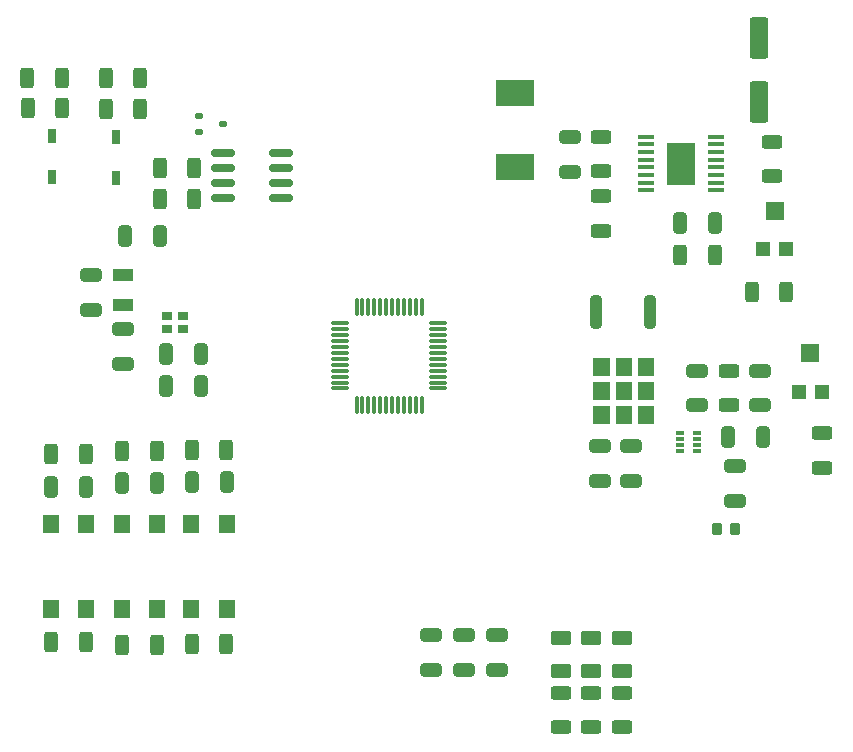
<source format=gbr>
%TF.GenerationSoftware,KiCad,Pcbnew,9.0.0*%
%TF.CreationDate,2025-03-22T00:06:51+01:00*%
%TF.ProjectId,steering_wheel_unit,73746565-7269-46e6-975f-776865656c5f,rev?*%
%TF.SameCoordinates,Original*%
%TF.FileFunction,Paste,Top*%
%TF.FilePolarity,Positive*%
%FSLAX46Y46*%
G04 Gerber Fmt 4.6, Leading zero omitted, Abs format (unit mm)*
G04 Created by KiCad (PCBNEW 9.0.0) date 2025-03-22 00:06:51*
%MOMM*%
%LPD*%
G01*
G04 APERTURE LIST*
G04 Aperture macros list*
%AMRoundRect*
0 Rectangle with rounded corners*
0 $1 Rounding radius*
0 $2 $3 $4 $5 $6 $7 $8 $9 X,Y pos of 4 corners*
0 Add a 4 corners polygon primitive as box body*
4,1,4,$2,$3,$4,$5,$6,$7,$8,$9,$2,$3,0*
0 Add four circle primitives for the rounded corners*
1,1,$1+$1,$2,$3*
1,1,$1+$1,$4,$5*
1,1,$1+$1,$6,$7*
1,1,$1+$1,$8,$9*
0 Add four rect primitives between the rounded corners*
20,1,$1+$1,$2,$3,$4,$5,0*
20,1,$1+$1,$4,$5,$6,$7,0*
20,1,$1+$1,$6,$7,$8,$9,0*
20,1,$1+$1,$8,$9,$2,$3,0*%
G04 Aperture macros list end*
%ADD10C,0.010000*%
%ADD11RoundRect,0.075000X-0.662500X-0.075000X0.662500X-0.075000X0.662500X0.075000X-0.662500X0.075000X0*%
%ADD12RoundRect,0.075000X-0.075000X-0.662500X0.075000X-0.662500X0.075000X0.662500X-0.075000X0.662500X0*%
%ADD13R,3.200400X2.173999*%
%ADD14RoundRect,0.250000X0.650000X-0.325000X0.650000X0.325000X-0.650000X0.325000X-0.650000X-0.325000X0*%
%ADD15RoundRect,0.250000X-0.312500X-0.625000X0.312500X-0.625000X0.312500X0.625000X-0.312500X0.625000X0*%
%ADD16RoundRect,0.250000X-0.650000X0.325000X-0.650000X-0.325000X0.650000X-0.325000X0.650000X0.325000X0*%
%ADD17RoundRect,0.250000X0.312500X0.625000X-0.312500X0.625000X-0.312500X-0.625000X0.312500X-0.625000X0*%
%ADD18R,1.400000X1.600000*%
%ADD19RoundRect,0.135000X0.315000X0.350000X-0.315000X0.350000X-0.315000X-0.350000X0.315000X-0.350000X0*%
%ADD20RoundRect,0.250000X0.625000X-0.375000X0.625000X0.375000X-0.625000X0.375000X-0.625000X-0.375000X0*%
%ADD21RoundRect,0.250000X-0.625000X0.312500X-0.625000X-0.312500X0.625000X-0.312500X0.625000X0.312500X0*%
%ADD22R,1.200000X1.200000*%
%ADD23R,1.600000X1.500000*%
%ADD24RoundRect,0.112500X-0.237500X0.112500X-0.237500X-0.112500X0.237500X-0.112500X0.237500X0.112500X0*%
%ADD25RoundRect,0.250000X0.325000X0.650000X-0.325000X0.650000X-0.325000X-0.650000X0.325000X-0.650000X0*%
%ADD26R,1.800000X1.000000*%
%ADD27R,0.800000X1.150000*%
%ADD28R,1.475000X0.450000*%
%ADD29R,2.460000X3.550000*%
%ADD30R,0.850000X0.750000*%
%ADD31RoundRect,0.250000X-0.325000X-0.650000X0.325000X-0.650000X0.325000X0.650000X-0.325000X0.650000X0*%
%ADD32RoundRect,0.150000X0.825000X0.150000X-0.825000X0.150000X-0.825000X-0.150000X0.825000X-0.150000X0*%
%ADD33RoundRect,0.240000X0.240000X1.175000X-0.240000X1.175000X-0.240000X-1.175000X0.240000X-1.175000X0*%
%ADD34RoundRect,0.250000X0.550000X-1.500000X0.550000X1.500000X-0.550000X1.500000X-0.550000X-1.500000X0*%
%ADD35R,0.660000X0.320000*%
G04 APERTURE END LIST*
D10*
%TO.C,D6*%
X205275000Y-114400000D02*
X203965000Y-114400000D01*
X203965000Y-112940000D01*
X205275000Y-112940000D01*
X205275000Y-114400000D01*
G36*
X205275000Y-114400000D02*
G01*
X203965000Y-114400000D01*
X203965000Y-112940000D01*
X205275000Y-112940000D01*
X205275000Y-114400000D01*
G37*
X205275000Y-116430000D02*
X203965000Y-116430000D01*
X203965000Y-114970000D01*
X205275000Y-114970000D01*
X205275000Y-116430000D01*
G36*
X205275000Y-116430000D02*
G01*
X203965000Y-116430000D01*
X203965000Y-114970000D01*
X205275000Y-114970000D01*
X205275000Y-116430000D01*
G37*
X205275000Y-118460000D02*
X203965000Y-118460000D01*
X203965000Y-117000000D01*
X205275000Y-117000000D01*
X205275000Y-118460000D01*
G36*
X205275000Y-118460000D02*
G01*
X203965000Y-118460000D01*
X203965000Y-117000000D01*
X205275000Y-117000000D01*
X205275000Y-118460000D01*
G37*
X207155000Y-114400000D02*
X205845000Y-114400000D01*
X205845000Y-112940000D01*
X207155000Y-112940000D01*
X207155000Y-114400000D01*
G36*
X207155000Y-114400000D02*
G01*
X205845000Y-114400000D01*
X205845000Y-112940000D01*
X207155000Y-112940000D01*
X207155000Y-114400000D01*
G37*
X207155000Y-116430000D02*
X205845000Y-116430000D01*
X205845000Y-114970000D01*
X207155000Y-114970000D01*
X207155000Y-116430000D01*
G36*
X207155000Y-116430000D02*
G01*
X205845000Y-116430000D01*
X205845000Y-114970000D01*
X207155000Y-114970000D01*
X207155000Y-116430000D01*
G37*
X207155000Y-118460000D02*
X205845000Y-118460000D01*
X205845000Y-117000000D01*
X207155000Y-117000000D01*
X207155000Y-118460000D01*
G36*
X207155000Y-118460000D02*
G01*
X205845000Y-118460000D01*
X205845000Y-117000000D01*
X207155000Y-117000000D01*
X207155000Y-118460000D01*
G37*
X209035000Y-114400000D02*
X207725000Y-114400000D01*
X207725000Y-112940000D01*
X209035000Y-112940000D01*
X209035000Y-114400000D01*
G36*
X209035000Y-114400000D02*
G01*
X207725000Y-114400000D01*
X207725000Y-112940000D01*
X209035000Y-112940000D01*
X209035000Y-114400000D01*
G37*
X209035000Y-116430000D02*
X207725000Y-116430000D01*
X207725000Y-114970000D01*
X209035000Y-114970000D01*
X209035000Y-116430000D01*
G36*
X209035000Y-116430000D02*
G01*
X207725000Y-116430000D01*
X207725000Y-114970000D01*
X209035000Y-114970000D01*
X209035000Y-116430000D01*
G37*
X209035000Y-118460000D02*
X207725000Y-118460000D01*
X207725000Y-117000000D01*
X209035000Y-117000000D01*
X209035000Y-118460000D01*
G36*
X209035000Y-118460000D02*
G01*
X207725000Y-118460000D01*
X207725000Y-117000000D01*
X209035000Y-117000000D01*
X209035000Y-118460000D01*
G37*
%TD*%
D11*
%TO.C,U1*%
X182500000Y-110000000D03*
X182500000Y-110500000D03*
X182500000Y-111000000D03*
X182500000Y-111500000D03*
X182500000Y-112000000D03*
X182500000Y-112500000D03*
X182500000Y-113000000D03*
X182500000Y-113500000D03*
X182500000Y-114000000D03*
X182500000Y-114500000D03*
X182500000Y-115000000D03*
X182500000Y-115500000D03*
D12*
X183912500Y-116912500D03*
X184412500Y-116912500D03*
X184912500Y-116912500D03*
X185412500Y-116912500D03*
X185912500Y-116912500D03*
X186412500Y-116912500D03*
X186912500Y-116912500D03*
X187412500Y-116912500D03*
X187912500Y-116912500D03*
X188412500Y-116912500D03*
X188912500Y-116912500D03*
X189412500Y-116912500D03*
D11*
X190825000Y-115500000D03*
X190825000Y-115000000D03*
X190825000Y-114500000D03*
X190825000Y-114000000D03*
X190825000Y-113500000D03*
X190825000Y-113000000D03*
X190825000Y-112500000D03*
X190825000Y-112000000D03*
X190825000Y-111500000D03*
X190825000Y-111000000D03*
X190825000Y-110500000D03*
X190825000Y-110000000D03*
D12*
X189412500Y-108587500D03*
X188912500Y-108587500D03*
X188412500Y-108587500D03*
X187912500Y-108587500D03*
X187412500Y-108587500D03*
X186912500Y-108587500D03*
X186412500Y-108587500D03*
X185912500Y-108587500D03*
X185412500Y-108587500D03*
X184912500Y-108587500D03*
X184412500Y-108587500D03*
X183912500Y-108587500D03*
%TD*%
D13*
%TO.C,D1*%
X197300000Y-96754004D03*
X197300000Y-90500000D03*
%TD*%
D14*
%TO.C,C40*%
X195800000Y-139350000D03*
X195800000Y-136400000D03*
%TD*%
%TO.C,C41*%
X193000000Y-139350000D03*
X193000000Y-136400000D03*
%TD*%
D15*
%TO.C,R41*%
X156065000Y-91740000D03*
X158990000Y-91740000D03*
%TD*%
D14*
%TO.C,C42*%
X190200000Y-139350000D03*
X190200000Y-136400000D03*
%TD*%
D16*
%TO.C,C15*%
X202000000Y-94187500D03*
X202000000Y-97137500D03*
%TD*%
D17*
%TO.C,R39*%
X165600000Y-89250000D03*
X162675000Y-89250000D03*
%TD*%
D18*
%TO.C,SW1*%
X161000000Y-134200000D03*
X161000000Y-127000000D03*
X158000000Y-134200000D03*
X158000000Y-127000000D03*
%TD*%
D19*
%TO.C,L3*%
X215990000Y-127440000D03*
X214420000Y-127440000D03*
%TD*%
D20*
%TO.C,D3*%
X203800000Y-139400000D03*
X203800000Y-136600000D03*
%TD*%
D21*
%TO.C,R5*%
X219060000Y-94600000D03*
X219060000Y-97525000D03*
%TD*%
%TO.C,R11*%
X223350000Y-119280000D03*
X223350000Y-122205000D03*
%TD*%
D20*
%TO.C,D5*%
X206400000Y-139400000D03*
X206400000Y-136600000D03*
%TD*%
D21*
%TO.C,R35*%
X203800000Y-141275000D03*
X203800000Y-144200000D03*
%TD*%
D22*
%TO.C,RV1*%
X218310000Y-103710000D03*
D23*
X219310000Y-100460000D03*
D22*
X220310000Y-103710000D03*
%TD*%
D17*
%TO.C,R4*%
X214230000Y-104180000D03*
X211305000Y-104180000D03*
%TD*%
D24*
%TO.C,D4*%
X170580000Y-92450000D03*
X170580000Y-93750000D03*
X172580000Y-93100000D03*
%TD*%
D25*
%TO.C,C20*%
X161017500Y-123860000D03*
X158067500Y-123860000D03*
%TD*%
D16*
%TO.C,C35*%
X212735000Y-113980000D03*
X212735000Y-116930000D03*
%TD*%
%TO.C,C37*%
X204540000Y-120350000D03*
X204540000Y-123300000D03*
%TD*%
D21*
%TO.C,R33*%
X201200000Y-141275000D03*
X201200000Y-144200000D03*
%TD*%
D15*
%TO.C,R40*%
X156005000Y-89190000D03*
X158930000Y-89190000D03*
%TD*%
D26*
%TO.C,X1*%
X164100000Y-108400000D03*
X164100000Y-105900000D03*
%TD*%
D25*
%TO.C,C25*%
X167230000Y-102570000D03*
X164280000Y-102570000D03*
%TD*%
D16*
%TO.C,C38*%
X207150000Y-120350000D03*
X207150000Y-123300000D03*
%TD*%
D27*
%TO.C,Z3*%
X163562500Y-94200000D03*
X163562500Y-97700000D03*
%TD*%
D28*
%TO.C,IC2*%
X208440000Y-94180000D03*
X208440000Y-94830000D03*
X208440000Y-95480000D03*
X208440000Y-96130000D03*
X208440000Y-96780000D03*
X208440000Y-97430000D03*
X208440000Y-98080000D03*
X208440000Y-98730000D03*
X214316000Y-98730000D03*
X214316000Y-98080000D03*
X214316000Y-97430000D03*
X214316000Y-96780000D03*
X214316000Y-96130000D03*
X214316000Y-95480000D03*
X214316000Y-94830000D03*
X214316000Y-94180000D03*
D29*
X211378000Y-96455000D03*
%TD*%
D21*
%TO.C,R10*%
X215425000Y-114010000D03*
X215425000Y-116935000D03*
%TD*%
D30*
%TO.C,X2*%
X167826000Y-110424000D03*
X169176000Y-110424000D03*
X169176000Y-109374000D03*
X167826000Y-109374000D03*
%TD*%
D18*
%TO.C,SW2*%
X167050000Y-134200000D03*
X167050000Y-127000000D03*
X164050000Y-134200000D03*
X164050000Y-127000000D03*
%TD*%
%TO.C,SW3*%
X172925000Y-134200000D03*
X172925000Y-127000000D03*
X169925000Y-134200000D03*
X169925000Y-127000000D03*
%TD*%
D25*
%TO.C,C22*%
X172900000Y-123400000D03*
X169950000Y-123400000D03*
%TD*%
D22*
%TO.C,RV2*%
X221340000Y-115760000D03*
D23*
X222340000Y-112510000D03*
D22*
X223340000Y-115760000D03*
%TD*%
D15*
%TO.C,R7*%
X217370000Y-107330000D03*
X220295000Y-107330000D03*
%TD*%
D31*
%TO.C,C12*%
X167776000Y-112574000D03*
X170726000Y-112574000D03*
%TD*%
D16*
%TO.C,C34*%
X215980000Y-122050000D03*
X215980000Y-125000000D03*
%TD*%
D15*
%TO.C,R12*%
X167235000Y-99420000D03*
X170160000Y-99420000D03*
%TD*%
D16*
%TO.C,C11*%
X161400000Y-105900000D03*
X161400000Y-108850000D03*
%TD*%
D27*
%TO.C,Z4*%
X158100000Y-94100000D03*
X158100000Y-97600000D03*
%TD*%
D17*
%TO.C,R37*%
X160962500Y-137000000D03*
X158037500Y-137000000D03*
%TD*%
D31*
%TO.C,C39*%
X215350000Y-119580000D03*
X218300000Y-119580000D03*
%TD*%
D20*
%TO.C,D2*%
X201200000Y-139400000D03*
X201200000Y-136600000D03*
%TD*%
D21*
%TO.C,R2*%
X204600000Y-94175000D03*
X204600000Y-97100000D03*
%TD*%
D32*
%TO.C,U3*%
X177540000Y-99380000D03*
X177540000Y-98110000D03*
X177540000Y-96840000D03*
X177540000Y-95570000D03*
X172590000Y-95570000D03*
X172590000Y-96840000D03*
X172590000Y-98110000D03*
X172590000Y-99380000D03*
%TD*%
D15*
%TO.C,R38*%
X162675000Y-91800000D03*
X165600000Y-91800000D03*
%TD*%
D33*
%TO.C,D6*%
X208786000Y-109050000D03*
X204214000Y-109050000D03*
%TD*%
D34*
%TO.C,C17*%
X218020000Y-91240000D03*
X218020000Y-85840000D03*
%TD*%
D17*
%TO.C,R42*%
X161005000Y-121040000D03*
X158080000Y-121040000D03*
%TD*%
D21*
%TO.C,R3*%
X204620000Y-99225000D03*
X204620000Y-102150000D03*
%TD*%
D17*
%TO.C,R43*%
X167012500Y-137200000D03*
X164087500Y-137200000D03*
%TD*%
D15*
%TO.C,R13*%
X167235000Y-96820000D03*
X170160000Y-96820000D03*
%TD*%
D17*
%TO.C,R46*%
X172887500Y-120700000D03*
X169962500Y-120700000D03*
%TD*%
D16*
%TO.C,C36*%
X218030000Y-113980000D03*
X218030000Y-116930000D03*
%TD*%
D17*
%TO.C,R44*%
X167012500Y-120800000D03*
X164087500Y-120800000D03*
%TD*%
D21*
%TO.C,R36*%
X206400000Y-141275000D03*
X206400000Y-144200000D03*
%TD*%
D16*
%TO.C,C10*%
X164100000Y-110450000D03*
X164100000Y-113400000D03*
%TD*%
D25*
%TO.C,C19*%
X214245000Y-101500000D03*
X211295000Y-101500000D03*
%TD*%
D31*
%TO.C,C13*%
X167776000Y-115274000D03*
X170726000Y-115274000D03*
%TD*%
D25*
%TO.C,C21*%
X167025000Y-123500000D03*
X164075000Y-123500000D03*
%TD*%
D17*
%TO.C,R45*%
X172887500Y-137100000D03*
X169962500Y-137100000D03*
%TD*%
D35*
%TO.C,U4*%
X211300000Y-119300000D03*
X211300000Y-119800000D03*
X211300000Y-120300000D03*
X211300000Y-120800000D03*
X212770000Y-120800000D03*
X212770000Y-120300000D03*
X212770000Y-119800000D03*
X212770000Y-119300000D03*
%TD*%
M02*

</source>
